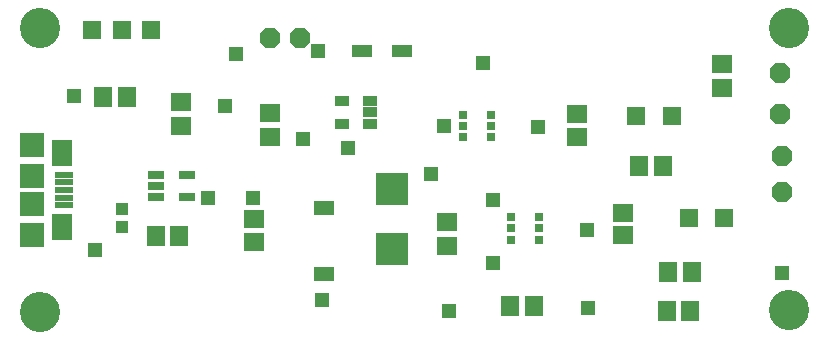
<source format=gts>
G75*
%MOIN*%
%OFA0B0*%
%FSLAX25Y25*%
%IPPOS*%
%LPD*%
%AMOC8*
5,1,8,0,0,1.08239X$1,22.5*
%
%ADD10C,0.13398*%
%ADD11OC8,0.06737*%
%ADD12R,0.06706X0.04737*%
%ADD13R,0.05918X0.07099*%
%ADD14R,0.07099X0.05918*%
%ADD15R,0.10643X0.10839*%
%ADD16R,0.07099X0.03950*%
%ADD17R,0.05524X0.02965*%
%ADD18R,0.03950X0.03950*%
%ADD19R,0.03162X0.02769*%
%ADD20R,0.07099X0.09068*%
%ADD21R,0.08280X0.08280*%
%ADD22R,0.08280X0.07887*%
%ADD23R,0.06115X0.02375*%
%ADD24R,0.06706X0.05918*%
%ADD25R,0.05918X0.06706*%
%ADD26R,0.05918X0.05918*%
%ADD27R,0.04737X0.03556*%
%ADD28R,0.06343X0.06343*%
%ADD29R,0.05156X0.05156*%
%ADD30R,0.04959X0.04959*%
D10*
X0012220Y0022358D03*
X0012024Y0117043D03*
X0261827Y0117043D03*
X0261827Y0022949D03*
D11*
X0259465Y0062122D03*
X0259386Y0074366D03*
X0258717Y0088342D03*
X0258835Y0101925D03*
X0098717Y0113697D03*
X0088717Y0113697D03*
D12*
X0106591Y0057043D03*
X0106591Y0034996D03*
D13*
X0168835Y0024287D03*
X0176709Y0024287D03*
X0220921Y0022712D03*
X0228795Y0022712D03*
X0229268Y0035586D03*
X0221394Y0035586D03*
X0219740Y0070941D03*
X0211866Y0070941D03*
X0041079Y0094051D03*
X0033205Y0094051D03*
D14*
X0059110Y0092240D03*
X0059110Y0084366D03*
X0088756Y0080744D03*
X0088756Y0088618D03*
X0083244Y0053421D03*
X0083244Y0045547D03*
X0147811Y0044248D03*
X0147811Y0052122D03*
X0239543Y0096964D03*
X0239543Y0104838D03*
D15*
X0129386Y0063165D03*
X0129386Y0043283D03*
D16*
X0132654Y0109405D03*
X0119268Y0109405D03*
D17*
X0061079Y0068106D03*
X0050843Y0068106D03*
X0050843Y0064366D03*
X0050843Y0060626D03*
X0061079Y0060626D03*
D18*
X0039504Y0056571D03*
X0039504Y0050665D03*
D19*
X0153126Y0080508D03*
X0153126Y0084248D03*
X0153126Y0087988D03*
X0162378Y0087988D03*
X0162378Y0084248D03*
X0162378Y0080508D03*
X0169150Y0053933D03*
X0169150Y0050193D03*
X0169150Y0046452D03*
X0178402Y0046452D03*
X0178402Y0050193D03*
X0178402Y0053933D03*
D20*
X0019543Y0050744D03*
X0019543Y0075153D03*
D21*
X0009504Y0067673D03*
X0009504Y0058224D03*
D22*
X0009504Y0047988D03*
X0009504Y0077909D03*
D23*
X0020055Y0068067D03*
X0020055Y0065508D03*
X0020055Y0062949D03*
X0020055Y0060389D03*
X0020055Y0057830D03*
D24*
X0191197Y0080704D03*
X0191197Y0088185D03*
X0206276Y0055429D03*
X0206276Y0047949D03*
D25*
X0058362Y0047594D03*
X0050882Y0047594D03*
D26*
X0210843Y0087515D03*
X0222654Y0087515D03*
X0228283Y0053657D03*
X0240094Y0053657D03*
D27*
X0122142Y0085074D03*
X0122142Y0088815D03*
X0122142Y0092555D03*
X0112693Y0092555D03*
X0112693Y0085074D03*
D28*
X0049228Y0116452D03*
X0039386Y0116452D03*
X0029543Y0116452D03*
D29*
X0023441Y0094208D03*
X0067929Y0060350D03*
X0083087Y0060153D03*
X0114583Y0077082D03*
X0099819Y0080035D03*
X0142535Y0068421D03*
X0163205Y0059563D03*
X0194504Y0049720D03*
X0163205Y0038500D03*
X0148441Y0022752D03*
X0106118Y0026295D03*
X0030528Y0042830D03*
X0104740Y0109169D03*
X0159661Y0105429D03*
X0177969Y0083972D03*
X0194898Y0023539D03*
D30*
X0259268Y0035350D03*
X0146669Y0084366D03*
X0077378Y0108382D03*
X0073835Y0091059D03*
M02*

</source>
